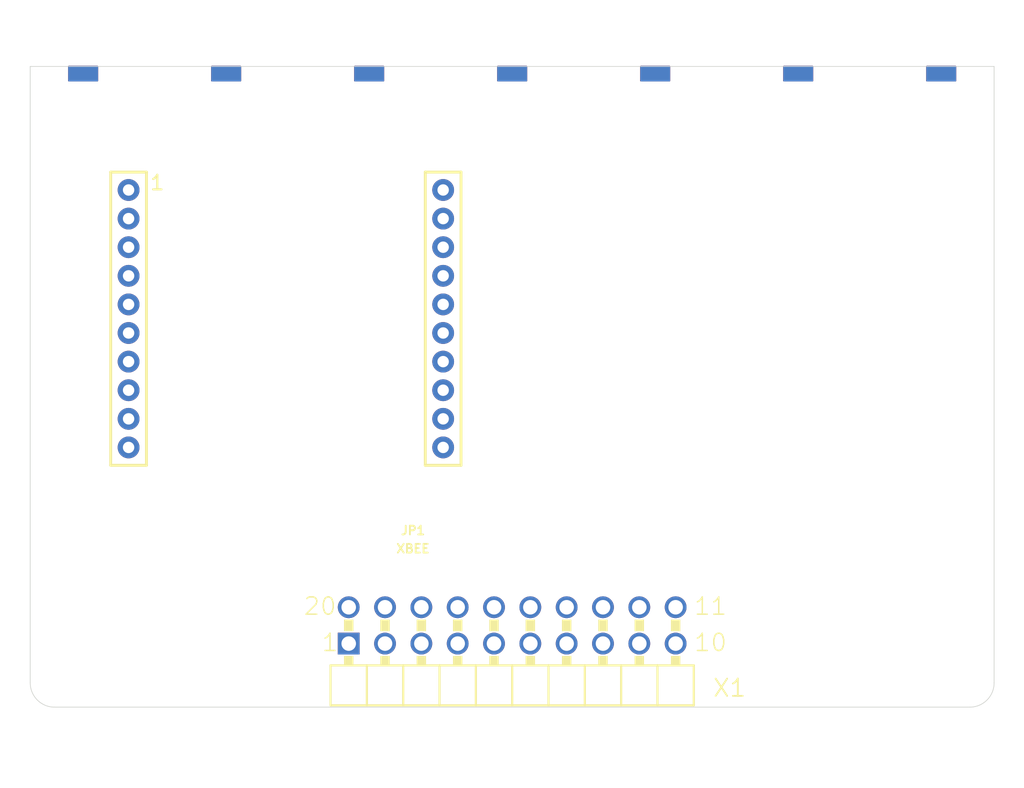
<source format=kicad_pcb>
(kicad_pcb (version 20221018) (generator pcbnew)
  (layers (0 "F.Cu" signal) (31 "B.Cu" signal) (34 "B.Paste" user) (35 "F.Paste" user) (36 "B.SilkS" user "B.Silkscreen") (37 "F.SilkS" user "F.Silkscreen") (38 "B.Mask" user) (39 "F.Mask" user) (44 "Edge.Cuts" user))
  (net 0 "")
  (net 1 "/RXD")
  (net 2 "/TXD")
  (net 4 "/DTR")
  (net 5 "/CTS")
  (net 6 "/RTS")
  (net 29 "GND")
  (net 30 "VCC")
  (footprint "AllSerial:SlaveBoard" (layer "F.Cu") (at 172.974 126.873)
    (fp_text reference "X1" (at 13.97 -0.635) (layer "F.SilkS") (effects (font (size 1.2065 1.2065) (thickness 0.127)) (justify left bottom)))
    (fp_text value "AllSerial Slaveboard" hide)
    (fp_text user "10" (at 12.655 -3.81) (layer "F.SilkS") (effects (font (size 1.2065 1.2065) (thickness 0.1016)) (justify left bottom)))
    (fp_text user "11" (at 12.655 -6.35) (layer "F.SilkS") (effects (font (size 1.2065 1.2065) (thickness 0.1016)) (justify left bottom)))
    (fp_text user "20" (at -14.65 -6.35) (layer "F.SilkS") (effects (font (size 1.2065 1.2065) (thickness 0.1016)) (justify left bottom)))
    (fp_text user "1" (at -13.38 -3.81) (layer "F.SilkS") (effects (font (size 1.2065 1.2065) (thickness 0.1016)) (justify left bottom)))
    (fp_rect (start -31 -44.8) (end -29 -43.8) (stroke (width 0.1)) (fill solid) (layer "F.Cu"))
    (fp_rect (start -21 -44.8) (end -19 -43.8) (stroke (width 0.1)) (fill solid) (layer "F.Cu"))
    (fp_rect (start -11 -44.8) (end -9 -43.8) (stroke (width 0.1)) (fill solid) (layer "F.Cu"))
    (fp_rect (start -1 -44.8) (end 1 -43.8) (stroke (width 0.1)) (fill solid) (layer "F.Cu"))
    (fp_rect (start 9 -44.8) (end 11 -43.8) (stroke (width 0.1)) (fill solid) (layer "F.Cu"))
    (fp_rect (start 19 -44.8) (end 21 -43.8) (stroke (width 0.1)) (fill solid) (layer "F.Cu"))
    (fp_rect (start 29 -44.8) (end 31 -43.8) (stroke (width 0.1)) (fill solid) (layer "F.Cu"))
    (fp_rect (start -31 -44.8) (end -29 -43.8) (stroke (width 0.1)) (fill solid) (layer "B.Cu"))
    (fp_rect (start -21 -44.8) (end -19 -43.8) (stroke (width 0.1)) (fill solid) (layer "B.Cu"))
    (fp_rect (start -11 -44.8) (end -9 -43.8) (stroke (width 0.1)) (fill solid) (layer "B.Cu"))
    (fp_rect (start -1 -44.8) (end 1 -43.8) (stroke (width 0.1)) (fill solid) (layer "B.Cu"))
    (fp_rect (start 9 -44.8) (end 11 -43.8) (stroke (width 0.1)) (fill solid) (layer "B.Cu"))
    (fp_rect (start 19 -44.8) (end 21 -43.8) (stroke (width 0.1)) (fill solid) (layer "B.Cu"))
    (fp_rect (start 29 -44.8) (end 31 -43.8) (stroke (width 0.1)) (fill solid) (layer "B.Cu"))
    (fp_line (start -12.7 -2.921) (end -12.7 -0.127) (stroke (width 0.1524)) (layer "F.SilkS"))
    (fp_line (start -12.7 -2.921) (end -10.16 -2.921) (stroke (width 0.1524)) (layer "F.SilkS"))
    (fp_line (start -10.16 -2.921) (end -10.16 -0.127) (stroke (width 0.1524)) (layer "F.SilkS"))
    (fp_line (start -10.16 -2.921) (end -7.62 -2.921) (stroke (width 0.1524)) (layer "F.SilkS"))
    (fp_line (start -10.16 -0.127) (end -12.7 -0.127) (stroke (width 0.1524)) (layer "F.SilkS"))
    (fp_line (start -7.62 -2.921) (end -7.62 -0.127) (stroke (width 0.1524)) (layer "F.SilkS"))
    (fp_line (start -7.62 -2.921) (end -5.08 -2.921) (stroke (width 0.1524)) (layer "F.SilkS"))
    (fp_line (start -7.62 -0.127) (end -10.16 -0.127) (stroke (width 0.1524)) (layer "F.SilkS"))
    (fp_line (start -5.08 -2.921) (end -5.08 -0.127) (stroke (width 0.1524)) (layer "F.SilkS"))
    (fp_line (start -5.08 -0.127) (end -7.62 -0.127) (stroke (width 0.1524)) (layer "F.SilkS"))
    (fp_line (start -2.54 -2.921) (end -5.08 -2.921) (stroke (width 0.1524)) (layer "F.SilkS"))
    (fp_line (start -2.54 -2.921) (end -2.54 -0.127) (stroke (width 0.1524)) (layer "F.SilkS"))
    (fp_line (start -2.54 -2.921) (end 0 -2.921) (stroke (width 0.1524)) (layer "F.SilkS"))
    (fp_line (start -2.54 -0.127) (end -5.08 -0.127) (stroke (width 0.1524)) (layer "F.SilkS"))
    (fp_line (start 0 -2.921) (end 0 -0.127) (stroke (width 0.1524)) (layer "F.SilkS"))
    (fp_line (start 0 -2.921) (end 2.54 -2.921) (stroke (width 0.1524)) (layer "F.SilkS"))
    (fp_line (start 0 -0.127) (end -2.54 -0.127) (stroke (width 0.1524)) (layer "F.SilkS"))
    (fp_line (start 2.54 -2.921) (end 2.54 -0.127) (stroke (width 0.1524)) (layer "F.SilkS"))
    (fp_line (start 2.54 -2.921) (end 5.08 -2.921) (stroke (width 0.1524)) (layer "F.SilkS"))
    (fp_line (start 2.54 -0.127) (end 0 -0.127) (stroke (width 0.1524)) (layer "F.SilkS"))
    (fp_line (start 5.08 -2.921) (end 5.08 -0.127) (stroke (width 0.1524)) (layer "F.SilkS"))
    (fp_line (start 5.08 -2.921) (end 7.62 -2.921) (stroke (width 0.1524)) (layer "F.SilkS"))
    (fp_line (start 5.08 -0.127) (end 2.54 -0.127) (stroke (width 0.1524)) (layer "F.SilkS"))
    (fp_line (start 7.62 -2.921) (end 7.62 -0.127) (stroke (width 0.1524)) (layer "F.SilkS"))
    (fp_line (start 7.62 -0.127) (end 5.08 -0.127) (stroke (width 0.1524)) (layer "F.SilkS"))
    (fp_line (start 10.16 -2.921) (end 7.62 -2.921) (stroke (width 0.1524)) (layer "F.SilkS"))
    (fp_line (start 10.16 -2.921) (end 10.16 -0.127) (stroke (width 0.1524)) (layer "F.SilkS"))
    (fp_line (start 10.16 -2.921) (end 12.7 -2.921) (stroke (width 0.1524)) (layer "F.SilkS"))
    (fp_line (start 10.16 -0.127) (end 7.62 -0.127) (stroke (width 0.1524)) (layer "F.SilkS"))
    (fp_line (start 12.7 -2.921) (end 12.7 -0.127) (stroke (width 0.1524)) (layer "F.SilkS"))
    (fp_line (start 12.7 -0.127) (end 10.16 -0.127) (stroke (width 0.1524)) (layer "F.SilkS"))
    (fp_poly (pts (xy -11.0998 -6.1214) (xy -11.7602 -6.1214) (xy -11.7602 -5.3086) (xy -11.0998 -5.3086)) (fill solid) (layer "F.SilkS"))
    (fp_poly (pts (xy -11.0998 -3.5814) (xy -11.7602 -3.5814) (xy -11.7602 -2.921) (xy -11.0998 -2.921)) (fill solid) (layer "F.SilkS"))
    (fp_poly (pts (xy -8.5598 -6.1214) (xy -9.2202 -6.1214) (xy -9.2202 -5.3086) (xy -8.5598 -5.3086)) (fill solid) (layer "F.SilkS"))
    (fp_poly (pts (xy -8.5598 -3.5814) (xy -9.2202 -3.5814) (xy -9.2202 -2.921) (xy -8.5598 -2.921)) (fill solid) (layer "F.SilkS"))
    (fp_poly (pts (xy -6.0198 -6.1214) (xy -6.6802 -6.1214) (xy -6.6802 -5.3086) (xy -6.0198 -5.3086)) (fill solid) (layer "F.SilkS"))
    (fp_poly (pts (xy -6.0198 -3.5814) (xy -6.6802 -3.5814) (xy -6.6802 -2.921) (xy -6.0198 -2.921)) (fill solid) (layer "F.SilkS"))
    (fp_poly (pts (xy -3.4798 -6.1214) (xy -4.1402 -6.1214) (xy -4.1402 -5.3086) (xy -3.4798 -5.3086)) (fill solid) (layer "F.SilkS"))
    (fp_poly (pts (xy -3.4798 -3.5814) (xy -4.1402 -3.5814) (xy -4.1402 -2.921) (xy -3.4798 -2.921)) (fill solid) (layer "F.SilkS"))
    (fp_poly (pts (xy -0.9398 -6.1214) (xy -1.6002 -6.1214) (xy -1.6002 -5.3086) (xy -0.9398 -5.3086)) (fill solid) (layer "F.SilkS"))
    (fp_poly (pts (xy -0.9398 -3.5814) (xy -1.6002 -3.5814) (xy -1.6002 -2.921) (xy -0.9398 -2.921)) (fill solid) (layer "F.SilkS"))
    (fp_poly (pts (xy 1.6002 -6.1214) (xy 0.9398 -6.1214) (xy 0.9398 -5.3086) (xy 1.6002 -5.3086)) (fill solid) (layer "F.SilkS"))
    (fp_poly (pts (xy 1.6002 -3.5814) (xy 0.9398 -3.5814) (xy 0.9398 -2.921) (xy 1.6002 -2.921)) (fill solid) (layer "F.SilkS"))
    (fp_poly (pts (xy 4.1402 -6.1214) (xy 3.4798 -6.1214) (xy 3.4798 -5.3086) (xy 4.1402 -5.3086)) (fill solid) (layer "F.SilkS"))
    (fp_poly (pts (xy 4.1402 -3.5814) (xy 3.4798 -3.5814) (xy 3.4798 -2.921) (xy 4.1402 -2.921)) (fill solid) (layer "F.SilkS"))
    (fp_poly (pts (xy 6.6802 -6.1214) (xy 6.0198 -6.1214) (xy 6.0198 -5.3086) (xy 6.6802 -5.3086)) (fill solid) (layer "F.SilkS"))
    (fp_poly (pts (xy 6.6802 -3.5814) (xy 6.0198 -3.5814) (xy 6.0198 -2.921) (xy 6.6802 -2.921)) (fill solid) (layer "F.SilkS"))
    (fp_poly (pts (xy 9.2202 -6.1214) (xy 8.5598 -6.1214) (xy 8.5598 -5.3086) (xy 9.2202 -5.3086)) (fill solid) (layer "F.SilkS"))
    (fp_poly (pts (xy 9.2202 -3.5814) (xy 8.5598 -3.5814) (xy 8.5598 -2.921) (xy 9.2202 -2.921)) (fill solid) (layer "F.SilkS"))
    (fp_poly (pts (xy 11.7602 -6.1214) (xy 11.0998 -6.1214) (xy 11.0998 -5.3086) (xy 11.7602 -5.3086)) (fill solid) (layer "F.SilkS"))
    (fp_poly (pts (xy 11.7602 -3.5814) (xy 11.0998 -3.5814) (xy 11.0998 -2.921) (xy 11.7602 -2.921)) (fill solid) (layer "F.SilkS"))
    (fp_line (start -33.7 -44.8) (end 33.7 -44.8) (stroke (width 0.05)) (layer "Edge.Cuts"))
    (fp_line (start -33.7 -1.7) (end -33.7 -44.8) (stroke (width 0.05)) (layer "Edge.Cuts"))
    (fp_line (start 32 0) (end -32 0) (stroke (width 0.05)) (layer "Edge.Cuts"))
    (fp_line (start 33.7 -44.8) (end 33.7 -1.7) (stroke (width 0.05)) (layer "Edge.Cuts"))
    (fp_arc (start -32 0) (mid -33.202082 -0.497918) (end -33.7 -1.7) (stroke (width 0.05)) (layer "Edge.Cuts"))
    (fp_arc (start 33.7 -1.7) (mid 33.202082 -0.497918) (end 32 0) (stroke (width 0.05)) (layer "Edge.Cuts"))
    (pad "1" thru_hole rect (at -11.43 -4.445 180) (size 1.524 1.524) (drill 1.016) (layers "*.Cu" "*.Mask") (net 29 "GND"))
    (pad "2" thru_hole circle (at -8.89 -4.445 180) (size 1.524 1.524) (drill 1.016) (layers "*.Cu" "*.Mask") (net 30 "VCC"))
    (pad "3" thru_hole circle (at -6.35 -4.445 180) (size 1.524 1.524) (drill 1.016) (layers "*.Cu" "*.Mask"))
    (pad "4" thru_hole circle (at -3.81 -4.445 180) (size 1.524 1.524) (drill 1.016) (layers "*.Cu" "*.Mask") (net 5 "/CTS"))
    (pad "5" thru_hole circle (at -1.27 -4.445 180) (size 1.524 1.524) (drill 1.016) (layers "*.Cu" "*.Mask"))
    (pad "6" thru_hole circle (at 1.27 -4.445 180) (size 1.524 1.524) (drill 1.016) (layers "*.Cu" "*.Mask"))
    (pad "7" thru_hole circle (at 3.81 -4.445 180) (size 1.524 1.524) (drill 1.016) (layers "*.Cu" "*.Mask"))
    (pad "8" thru_hole circle (at 6.35 -4.445 180) (size 1.524 1.524) (drill 1.016) (layers "*.Cu" "*.Mask") (net 1 "/RXD"))
    (pad "9" thru_hole circle (at 8.89 -4.445 180) (size 1.524 1.524) (drill 1.016) (layers "*.Cu" "*.Mask") (net 6 "/RTS"))
    (pad "10" thru_hole circle (at 11.43 -4.445 180) (size 1.524 1.524) (drill 1.016) (layers "*.Cu" "*.Mask"))
    (pad "11" thru_hole circle (at 11.43 -6.985 180) (size 1.524 1.524) (drill 1.016) (layers "*.Cu" "*.Mask"))
    (pad "12" thru_hole circle (at 8.89 -6.985 180) (size 1.524 1.524) (drill 1.016) (layers "*.Cu" "*.Mask"))
    (pad "13" thru_hole circle (at 6.35 -6.985 180) (size 1.524 1.524) (drill 1.016) (layers "*.Cu" "*.Mask"))
    (pad "14" thru_hole circle (at 3.81 -6.985 180) (size 1.524 1.524) (drill 1.016) (layers "*.Cu" "*.Mask"))
    (pad "15" thru_hole circle (at 1.27 -6.985 180) (size 1.524 1.524) (drill 1.016) (layers "*.Cu" "*.Mask"))
    (pad "16" thru_hole circle (at -1.27 -6.985 180) (size 1.524 1.524) (drill 1.016) (layers "*.Cu" "*.Mask"))
    (pad "17" thru_hole circle (at -3.81 -6.985 180) (size 1.524 1.524) (drill 1.016) (layers "*.Cu" "*.Mask") (net 2 "/TXD"))
    (pad "18" thru_hole circle (at -6.35 -6.985 180) (size 1.524 1.524) (drill 1.016) (layers "*.Cu" "*.Mask") (net 30 "VCC"))
    (pad "19" thru_hole circle (at -8.89 -6.985 180) (size 1.524 1.524) (drill 1.016) (layers "*.Cu" "*.Mask"))
    (pad "20" thru_hole circle (at -11.43 -6.985 180) (size 1.524 1.524) (drill 1.016) (layers "*.Cu" "*.Mask"))
  )
  (footprint "XBee:XBEE" (layer "F.Cu") (at 157.1498 110.71098)
    (fp_text reference "JP1" (at 8.89 3.81) (layer "F.SilkS") (effects (font (size 0.6096 0.6096) (thickness 0.127))))
    (fp_text value "XBEE" (at 8.89 5.08) (layer "F.SilkS") (effects (font (size 0.6096 0.6096) (thickness 0.127))))
    (fp_text user "1" (at -8.9916 -20.50796) (layer "F.SilkS") (effects (font (size 1.016 1.016) (thickness 0.1524))))
    (fp_line (start -12.24788 -21.24964) (end -12.24788 -0.7493) (stroke (width 0.2032)) (layer "F.SilkS"))
    (fp_line (start -12.24788 -0.7493) (end -9.74852 -0.7493) (stroke (width 0.2032)) (layer "F.SilkS"))
    (fp_line (start -9.74852 -21.24964) (end -12.24788 -21.24964) (stroke (width 0.2032)) (layer "F.SilkS"))
    (fp_line (start -9.74852 -21.24964) (end -9.74852 -0.7493) (stroke (width 0.2032)) (layer "F.SilkS"))
    (fp_line (start 9.74852 -21.24964) (end 9.74852 -0.7493) (stroke (width 0.2032)) (layer "F.SilkS"))
    (fp_line (start 9.74852 -21.24964) (end 12.24788 -21.24964) (stroke (width 0.2032)) (layer "F.SilkS"))
    (fp_line (start 12.24788 -21.24964) (end 12.24788 -0.7493) (stroke (width 0.2032)) (layer "F.SilkS"))
    (fp_line (start 12.24788 -0.7493) (end 9.74852 -0.7493) (stroke (width 0.2032)) (layer "F.SilkS"))
    (pad "1" thru_hole circle (at -10.9982 -19.99996) (size 1.524 1.524) (drill 0.79756) (layers "*.Cu" "*.Mask") (net 30 "VCC"))
    (pad "2" thru_hole circle (at -10.9982 -17.99844) (size 1.524 1.524) (drill 0.79756) (layers "*.Cu" "*.Mask") (net 1 "/RXD"))
    (pad "3" thru_hole circle (at -10.9982 -15.99946) (size 1.524 1.524) (drill 0.79756) (layers "*.Cu" "*.Mask") (net 2 "/TXD"))
    (pad "4" thru_hole circle (at -10.9982 -13.99794) (size 1.524 1.524) (drill 0.79756) (layers "*.Cu" "*.Mask"))
    (pad "5" thru_hole circle (at -10.9982 -11.99896) (size 1.524 1.524) (drill 0.79756) (layers "*.Cu" "*.Mask"))
    (pad "6" thru_hole circle (at -10.9982 -9.99998) (size 1.524 1.524) (drill 0.79756) (layers "*.Cu" "*.Mask"))
    (pad "7" thru_hole circle (at -10.9982 -7.99846) (size 1.524 1.524) (drill 0.79756) (layers "*.Cu" "*.Mask"))
    (pad "8" thru_hole circle (at -10.9982 -5.99948) (size 1.524 1.524) (drill 0.79756) (layers "*.Cu" "*.Mask"))
    (pad "9" thru_hole circle (at -10.9982 -3.99796) (size 1.524 1.524) (drill 0.79756) (layers "*.Cu" "*.Mask") (net 4 "/DTR"))
    (pad "10" thru_hole circle (at -10.9982 -1.99898) (size 1.524 1.524) (drill 0.79756) (layers "*.Cu" "*.Mask") (net 29 "GND"))
    (pad "11" thru_hole circle (at 10.9982 -1.99898) (size 1.524 1.524) (drill 0.79756) (layers "*.Cu" "*.Mask"))
    (pad "12" thru_hole circle (at 10.9982 -3.99796) (size 1.524 1.524) (drill 0.79756) (layers "*.Cu" "*.Mask") (net 5 "/CTS"))
    (pad "13" thru_hole circle (at 10.9982 -5.99948) (size 1.524 1.524) (drill 0.79756) (layers "*.Cu" "*.Mask"))
    (pad "14" thru_hole circle (at 10.9982 -7.99846) (size 1.524 1.524) (drill 0.79756) (layers "*.Cu" "*.Mask"))
    (pad "15" thru_hole circle (at 10.9982 -9.99998) (size 1.524 1.524) (drill 0.79756) (layers "*.Cu" "*.Mask"))
    (pad "16" thru_hole circle (at 10.9982 -11.99896) (size 1.524 1.524) (drill 0.79756) (layers "*.Cu" "*.Mask") (net 6 "/RTS"))
    (pad "17" thru_hole circle (at 10.9982 -13.99794) (size 1.524 1.524) (drill 0.79756) (layers "*.Cu" "*.Mask"))
    (pad "18" thru_hole circle (at 10.9982 -15.99946) (size 1.524 1.524) (drill 0.79756) (layers "*.Cu" "*.Mask"))
    (pad "19" thru_hole circle (at 10.9982 -17.99844) (size 1.524 1.524) (drill 0.79756) (layers "*.Cu" "*.Mask"))
    (pad "20" thru_hole circle (at 10.9982 -19.99996) (size 1.524 1.524) (drill 0.79756) (layers "*.Cu" "*.Mask"))
  )
)
</source>
